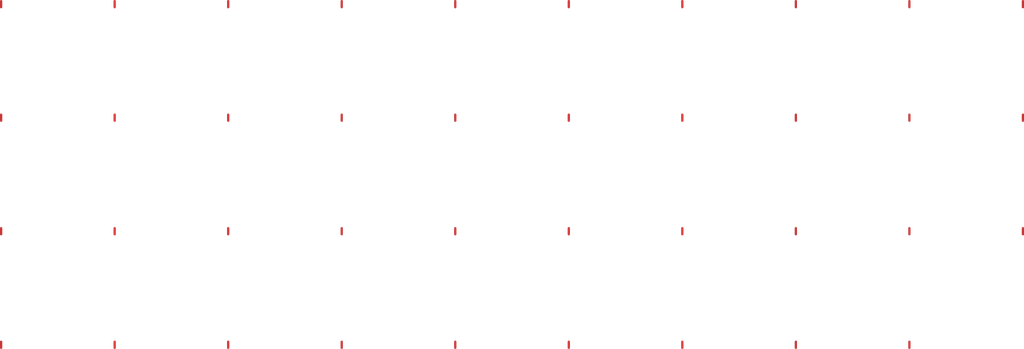
<source format=kicad_pcb>
  (kicad_pcb (version 4) (host pcbnew "(2014-07-21 BZR 5016)-product")

  (general
    (links 0)
    (no_connects 0)
    (area 0 0 0 0)
    (thickness 1.6)
    (drawings 1)
    (tracks 0)
    (zones 0)
    (modules 42)
    (nets 2)
  )

  (page A4)
  (layers
    (0 F.Cu signal)
	(1 In1.Cu signal)
    (2 In2.Cu power)
    (3 In3.Cu power)
    (4 In4.Cu signal)
    (5 In5.Cu signal)
    (6 In6.Cu signal)
    (7 In7.Cu signal)
    (8 In8.Cu signal)
    (31 B.Cu signal)
    (32 B.Adhes user)
    (33 F.Adhes user)
    (34 B.Paste user)
    (35 F.Paste user)
    (36 B.SilkS user)
    (37 F.SilkS user)
    (38 B.Mask user)
    (39 F.Mask user)
    (40 Dwgs.User user)
    (41 Cmts.User user)
    (42 Eco1.User user)
    (43 Eco2.User user)
    (44 Edge.Cuts user)
    (45 Margin user)
    (46 B.CrtYd user)
    (47 F.CrtYd user)
    (48 B.Fab user)
    (49 F.Fab user)

  )

  (setup
    (last_trace_width 0.254)
    (trace_clearance 0.127)
    (zone_clearance 0.0144)
    (zone_45_only no)
    (trace_min 0.254)
    (segment_width 0.2)
    (edge_width 0.1)
    (via_size 0.889)
    (via_drill 0.635)
    (via_min_size 0.889)
    (via_min_drill 0.508)
    (uvia_size 0.508)
    (uvia_drill 0.127)
    (uvias_allowed no)
    (uvia_min_size 0.508)
    (uvia_min_drill 0.127)
    (pcb_text_width 0.3)
    (pcb_text_size 1.5 1.5)
    (mod_edge_width 0.15)
    (mod_text_size 1 1)
    (mod_text_width 0.15)
    (pad_size 1.5 1.5)
    (pad_drill 0.6)
    (pad_to_mask_clearance 0)
    (aux_axis_origin 0 0)
    (visible_elements 7FFFF77F)
    (pcbplotparams
      (layerselection 262143)
      (usegerberextensions false)
      (excludeedgelayer true)
      (linewidth 0.100000)
      (plotframeref false)
      (viasonmask false)
      (mode 1)
      (useauxorigin false)
      (hpglpennumber 1)
      (hpglpenspeed 20)
      (hpglpendiameter 15)
      (hpglpenoverlay 2)
      (psnegative false)
      (psa4output false)
      (plotreference true)
      (plotvalue true)
      (plotinvisibletext false)
      (padsonsilk false)
      (subtractmaskfromsilk false)
      (outputformat 1)
      (mirror false)
      (drillshape 0)
      (scaleselection 1)
      (outputdirectory "GerberOutput/"))
  )

  (net 0 "")
  (net 1 "Net1")
  
  (net_class Default "This is the default net class."
    (clearance 0.254)
    (trace_width 0.254)
    (via_dia 0.889)
    (via_drill 0.635)
    (uvia_dia 0.508)
    (uvia_drill 0.127)
	(add_net Net1)
  )
  (module A0 (layer F.Cu) (tedit 4289BEAB) (tstamp 539EEDBF)
    (at 30 30)
    (path /539EEC0F)
    (attr smd)
	(model "./wrlshp/092F35B0-EFBB.wrl"
      (at (xyz 0 0 0))
      (scale (xyz 1 1 1))
      (rotate (xyz 0 0 0))
    )
    (pad "1" smd oval (at 0.0 0.0) (size 0.60000 2.20000) 
      (layers F.Cu F.Mask F.Paste)
    )
  )
  (module A1 (layer F.Cu) (tedit 4289BEAB) (tstamp 539EEDBF)
    (at 60 30)
    (path /539EEC0F)
    (attr smd)
	(model "./wrlshp/0C82AF00-7B62.wrl"
      (at (xyz 0 0 0))
      (scale (xyz 1 1 1))
      (rotate (xyz 0 0 0))
    )
    (pad "1" smd oval (at 0.0 0.0) (size 0.60000 2.20000) 
      (layers F.Cu F.Mask F.Paste)
    )
  )
  (module A2 (layer F.Cu) (tedit 4289BEAB) (tstamp 539EEDBF)
    (at 90 30)
    (path /539EEC0F)
    (attr smd)
	(model "./wrlshp/0EBB3CF7-16BD.wrl"
      (at (xyz 0 0 0))
      (scale (xyz 1 1 1))
      (rotate (xyz 0 0 0))
    )
    (pad "1" smd oval (at 0.0 0.0) (size 0.60000 2.20000) 
      (layers F.Cu F.Mask F.Paste)
    )
  )
  (module A3 (layer F.Cu) (tedit 4289BEAB) (tstamp 539EEDBF)
    (at 120 30)
    (path /539EEC0F)
    (attr smd)
	(model "./wrlshp/11C56F29-F280.wrl"
      (at (xyz 0 0 0))
      (scale (xyz 1 1 1))
      (rotate (xyz 0 0 0))
    )
    (pad "1" smd oval (at 0.0 0.0) (size 0.60000 2.20000) 
      (layers F.Cu F.Mask F.Paste)
    )
  )
  (module A4 (layer F.Cu) (tedit 4289BEAB) (tstamp 539EEDBF)
    (at 150 30)
    (path /539EEC0F)
    (attr smd)
	(model "./wrlshp/1628900A-BB14.wrl"
      (at (xyz 0 0 0))
      (scale (xyz 1 1 1))
      (rotate (xyz 0 0 0))
    )
    (pad "1" smd oval (at 0.0 0.0) (size 0.60000 2.20000) 
      (layers F.Cu F.Mask F.Paste)
    )
  )
  (module A5 (layer F.Cu) (tedit 4289BEAB) (tstamp 539EEDBF)
    (at 180 30)
    (path /539EEC0F)
    (attr smd)
	(model "./wrlshp/26CE3CC9-2F5B.wrl"
      (at (xyz 0 0 0))
      (scale (xyz 1 1 1))
      (rotate (xyz 0 0 0))
    )
    (pad "1" smd oval (at 0.0 0.0) (size 0.60000 2.20000) 
      (layers F.Cu F.Mask F.Paste)
    )
  )
  (module A6 (layer F.Cu) (tedit 4289BEAB) (tstamp 539EEDBF)
    (at 210 30)
    (path /539EEC0F)
    (attr smd)
	(model "./wrlshp/34CC58CE-5E74.wrl"
      (at (xyz 0 0 0))
      (scale (xyz 1 1 1))
      (rotate (xyz 0 0 0))
    )
    (pad "1" smd oval (at 0.0 0.0) (size 0.60000 2.20000) 
      (layers F.Cu F.Mask F.Paste)
    )
  )
  (module A7 (layer F.Cu) (tedit 4289BEAB) (tstamp 539EEDBF)
    (at 240 30)
    (path /539EEC0F)
    (attr smd)
	(model "./wrlshp/3EF6CB0E-610B.wrl"
      (at (xyz 0 0 0))
      (scale (xyz 1 1 1))
      (rotate (xyz 0 0 0))
    )
    (pad "1" smd oval (at 0.0 0.0) (size 0.60000 2.20000) 
      (layers F.Cu F.Mask F.Paste)
    )
  )
  (module A8 (layer F.Cu) (tedit 4289BEAB) (tstamp 539EEDBF)
    (at 270 30)
    (path /539EEC0F)
    (attr smd)
	(model "./wrlshp/46B2314C-1DC1.wrl"
      (at (xyz 0 0 0))
      (scale (xyz 1 1 1))
      (rotate (xyz 0 0 0))
    )
    (pad "1" smd oval (at 0.0 0.0) (size 0.60000 2.20000) 
      (layers F.Cu F.Mask F.Paste)
    )
  )
  (module A9 (layer F.Cu) (tedit 4289BEAB) (tstamp 539EEDBF)
    (at 300 30)
    (path /539EEC0F)
    (attr smd)
	(model "./wrlshp/50D54DFC-D9F1.wrl"
      (at (xyz 0 0 0))
      (scale (xyz 1 1 1))
      (rotate (xyz 0 0 0))
    )
    (pad "1" smd oval (at 0.0 0.0) (size 0.60000 2.20000) 
      (layers F.Cu F.Mask F.Paste)
    )
  )
  (module A10 (layer F.Cu) (tedit 4289BEAB) (tstamp 539EEDBF)
    (at 30 60)
    (path /539EEC0F)
    (attr smd)
	(model "./wrlshp/57A89104-F906.wrl"
      (at (xyz 0 0 0))
      (scale (xyz 1 1 1))
      (rotate (xyz 0 0 0))
    )
    (pad "1" smd oval (at 0.0 0.0) (size 0.60000 2.20000) 
      (layers F.Cu F.Mask F.Paste)
    )
  )
  (module A11 (layer F.Cu) (tedit 4289BEAB) (tstamp 539EEDBF)
    (at 60 60)
    (path /539EEC0F)
    (attr smd)
	(model "./wrlshp/589EE084-4CC7.wrl"
      (at (xyz 0 0 0))
      (scale (xyz 1 1 1))
      (rotate (xyz 0 0 0))
    )
    (pad "1" smd oval (at 0.0 0.0) (size 0.60000 2.20000) 
      (layers F.Cu F.Mask F.Paste)
    )
  )
  (module A12 (layer F.Cu) (tedit 4289BEAB) (tstamp 539EEDBF)
    (at 90 60)
    (path /539EEC0F)
    (attr smd)
	(model "./wrlshp/63804FB7-0F40.wrl"
      (at (xyz 0 0 0))
      (scale (xyz 1 1 1))
      (rotate (xyz 0 0 0))
    )
    (pad "1" smd oval (at 0.0 0.0) (size 0.60000 2.20000) 
      (layers F.Cu F.Mask F.Paste)
    )
  )
  (module A13 (layer F.Cu) (tedit 4289BEAB) (tstamp 539EEDBF)
    (at 120 60)
    (path /539EEC0F)
    (attr smd)
	(model "./wrlshp/7BE4D9D0-DFD5.wrl"
      (at (xyz 0 0 0))
      (scale (xyz 1 1 1))
      (rotate (xyz 0 0 0))
    )
    (pad "1" smd oval (at 0.0 0.0) (size 0.60000 2.20000) 
      (layers F.Cu F.Mask F.Paste)
    )
  )
  (module A14 (layer F.Cu) (tedit 4289BEAB) (tstamp 539EEDBF)
    (at 150 60)
    (path /539EEC0F)
    (attr smd)
	(model "./wrlshp/7C3E3391-9AC5.wrl"
      (at (xyz 0 0 0))
      (scale (xyz 1 1 1))
      (rotate (xyz 0 0 0))
    )
    (pad "1" smd oval (at 0.0 0.0) (size 0.60000 2.20000) 
      (layers F.Cu F.Mask F.Paste)
    )
  )
  (module A15 (layer F.Cu) (tedit 4289BEAB) (tstamp 539EEDBF)
    (at 180 60)
    (path /539EEC0F)
    (attr smd)
	(model "./wrlshp/7E351639-AB0B.wrl"
      (at (xyz 0 0 0))
      (scale (xyz 1 1 1))
      (rotate (xyz 0 0 0))
    )
    (pad "1" smd oval (at 0.0 0.0) (size 0.60000 2.20000) 
      (layers F.Cu F.Mask F.Paste)
    )
  )
  (module A16 (layer F.Cu) (tedit 4289BEAB) (tstamp 539EEDBF)
    (at 210 60)
    (path /539EEC0F)
    (attr smd)
	(model "./wrlshp/7E3726B7-7258.wrl"
      (at (xyz 0 0 0))
      (scale (xyz 1 1 1))
      (rotate (xyz 0 0 0))
    )
    (pad "1" smd oval (at 0.0 0.0) (size 0.60000 2.20000) 
      (layers F.Cu F.Mask F.Paste)
    )
  )
  (module A17 (layer F.Cu) (tedit 4289BEAB) (tstamp 539EEDBF)
    (at 240 60)
    (path /539EEC0F)
    (attr smd)
	(model "./wrlshp/7E7927B8-473E.wrl"
      (at (xyz 0 0 0))
      (scale (xyz 1 1 1))
      (rotate (xyz 0 0 0))
    )
    (pad "1" smd oval (at 0.0 0.0) (size 0.60000 2.20000) 
      (layers F.Cu F.Mask F.Paste)
    )
  )
  (module A18 (layer F.Cu) (tedit 4289BEAB) (tstamp 539EEDBF)
    (at 270 60)
    (path /539EEC0F)
    (attr smd)
	(model "./wrlshp/88F3139A-A7DA.wrl"
      (at (xyz 0 0 0))
      (scale (xyz 1 1 1))
      (rotate (xyz 0 0 0))
    )
    (pad "1" smd oval (at 0.0 0.0) (size 0.60000 2.20000) 
      (layers F.Cu F.Mask F.Paste)
    )
  )
  (module A19 (layer F.Cu) (tedit 4289BEAB) (tstamp 539EEDBF)
    (at 300 60)
    (path /539EEC0F)
    (attr smd)
	(model "./wrlshp/91D886F4-8467.wrl"
      (at (xyz 0 0 0))
      (scale (xyz 1 1 1))
      (rotate (xyz 0 0 0))
    )
    (pad "1" smd oval (at 0.0 0.0) (size 0.60000 2.20000) 
      (layers F.Cu F.Mask F.Paste)
    )
  )
  (module A20 (layer F.Cu) (tedit 4289BEAB) (tstamp 539EEDBF)
    (at 30 90)
    (path /539EEC0F)
    (attr smd)
	(model "./wrlshp/9236E0E2-9BF6.wrl"
      (at (xyz 0 0 0))
      (scale (xyz 1 1 1))
      (rotate (xyz 0 0 0))
    )
    (pad "1" smd oval (at 0.0 0.0) (size 0.60000 2.20000) 
      (layers F.Cu F.Mask F.Paste)
    )
  )
  (module A21 (layer F.Cu) (tedit 4289BEAB) (tstamp 539EEDBF)
    (at 60 90)
    (path /539EEC0F)
    (attr smd)
	(model "./wrlshp/95A10B73-2C3D.wrl"
      (at (xyz 0 0 0))
      (scale (xyz 1 1 1))
      (rotate (xyz 0 0 0))
    )
    (pad "1" smd oval (at 0.0 0.0) (size 0.60000 2.20000) 
      (layers F.Cu F.Mask F.Paste)
    )
  )
  (module A22 (layer F.Cu) (tedit 4289BEAB) (tstamp 539EEDBF)
    (at 90 90)
    (path /539EEC0F)
    (attr smd)
	(model "./wrlshp/A3FCC4EE-C95F.wrl"
      (at (xyz 0 0 0))
      (scale (xyz 1 1 1))
      (rotate (xyz 0 0 0))
    )
    (pad "1" smd oval (at 0.0 0.0) (size 0.60000 2.20000) 
      (layers F.Cu F.Mask F.Paste)
    )
  )
  (module A23 (layer F.Cu) (tedit 4289BEAB) (tstamp 539EEDBF)
    (at 120 90)
    (path /539EEC0F)
    (attr smd)
	(model "./wrlshp/A495FD08-1D57.wrl"
      (at (xyz 0 0 0))
      (scale (xyz 1 1 1))
      (rotate (xyz 0 0 0))
    )
    (pad "1" smd oval (at 0.0 0.0) (size 0.60000 2.20000) 
      (layers F.Cu F.Mask F.Paste)
    )
  )
  (module A24 (layer F.Cu) (tedit 4289BEAB) (tstamp 539EEDBF)
    (at 150 90)
    (path /539EEC0F)
    (attr smd)
	(model "./wrlshp/A9D6BA21-9FF4.wrl"
      (at (xyz 0 0 0))
      (scale (xyz 1 1 1))
      (rotate (xyz 0 0 0))
    )
    (pad "1" smd oval (at 0.0 0.0) (size 0.60000 2.20000) 
      (layers F.Cu F.Mask F.Paste)
    )
  )
  (module A25 (layer F.Cu) (tedit 4289BEAB) (tstamp 539EEDBF)
    (at 180 90)
    (path /539EEC0F)
    (attr smd)
	(model "./wrlshp/B035400C-1DC0.wrl"
      (at (xyz 0 0 0))
      (scale (xyz 1 1 1))
      (rotate (xyz 0 0 0))
    )
    (pad "1" smd oval (at 0.0 0.0) (size 0.60000 2.20000) 
      (layers F.Cu F.Mask F.Paste)
    )
  )
  (module A26 (layer F.Cu) (tedit 4289BEAB) (tstamp 539EEDBF)
    (at 210 90)
    (path /539EEC0F)
    (attr smd)
	(model "./wrlshp/B2A897CD-C12C.wrl"
      (at (xyz 0 0 0))
      (scale (xyz 1 1 1))
      (rotate (xyz 0 0 0))
    )
    (pad "1" smd oval (at 0.0 0.0) (size 0.60000 2.20000) 
      (layers F.Cu F.Mask F.Paste)
    )
  )
  (module A27 (layer F.Cu) (tedit 4289BEAB) (tstamp 539EEDBF)
    (at 240 90)
    (path /539EEC0F)
    (attr smd)
	(model "./wrlshp/B72B0022-27B5.wrl"
      (at (xyz 0 0 0))
      (scale (xyz 1 1 1))
      (rotate (xyz 0 0 0))
    )
    (pad "1" smd oval (at 0.0 0.0) (size 0.60000 2.20000) 
      (layers F.Cu F.Mask F.Paste)
    )
  )
  (module A28 (layer F.Cu) (tedit 4289BEAB) (tstamp 539EEDBF)
    (at 270 90)
    (path /539EEC0F)
    (attr smd)
	(model "./wrlshp/B81D97BC-EA5A.wrl"
      (at (xyz 0 0 0))
      (scale (xyz 1 1 1))
      (rotate (xyz 0 0 0))
    )
    (pad "1" smd oval (at 0.0 0.0) (size 0.60000 2.20000) 
      (layers F.Cu F.Mask F.Paste)
    )
  )
  (module A29 (layer F.Cu) (tedit 4289BEAB) (tstamp 539EEDBF)
    (at 300 90)
    (path /539EEC0F)
    (attr smd)
	(model "./wrlshp/BEFDC356-C5BB.wrl"
      (at (xyz 0 0 0))
      (scale (xyz 1 1 1))
      (rotate (xyz 0 0 0))
    )
    (pad "1" smd oval (at 0.0 0.0) (size 0.60000 2.20000) 
      (layers F.Cu F.Mask F.Paste)
    )
  )
  (module A30 (layer F.Cu) (tedit 4289BEAB) (tstamp 539EEDBF)
    (at 30 120)
    (path /539EEC0F)
    (attr smd)
	(model "./wrlshp/CA6110A9-5C5F.wrl"
      (at (xyz 0 0 0))
      (scale (xyz 1 1 1))
      (rotate (xyz 0 0 0))
    )
    (pad "1" smd oval (at 0.0 0.0) (size 0.60000 2.20000) 
      (layers F.Cu F.Mask F.Paste)
    )
  )
  (module A31 (layer F.Cu) (tedit 4289BEAB) (tstamp 539EEDBF)
    (at 60 120)
    (path /539EEC0F)
    (attr smd)
	(model "./wrlshp/CD2100F8-17B5.wrl"
      (at (xyz 0 0 0))
      (scale (xyz 1 1 1))
      (rotate (xyz 0 0 0))
    )
    (pad "1" smd oval (at 0.0 0.0) (size 0.60000 2.20000) 
      (layers F.Cu F.Mask F.Paste)
    )
  )
  (module A32 (layer F.Cu) (tedit 4289BEAB) (tstamp 539EEDBF)
    (at 90 120)
    (path /539EEC0F)
    (attr smd)
	(model "./wrlshp/DB2D135B-29CA.wrl"
      (at (xyz 0 0 0))
      (scale (xyz 1 1 1))
      (rotate (xyz 0 0 0))
    )
    (pad "1" smd oval (at 0.0 0.0) (size 0.60000 2.20000) 
      (layers F.Cu F.Mask F.Paste)
    )
  )
  (module A33 (layer F.Cu) (tedit 4289BEAB) (tstamp 539EEDBF)
    (at 120 120)
    (path /539EEC0F)
    (attr smd)
	(model "./wrlshp/DC3F5F49-9342.wrl"
      (at (xyz 0 0 0))
      (scale (xyz 1 1 1))
      (rotate (xyz 0 0 0))
    )
    (pad "1" smd oval (at 0.0 0.0) (size 0.60000 2.20000) 
      (layers F.Cu F.Mask F.Paste)
    )
  )
  (module A34 (layer F.Cu) (tedit 4289BEAB) (tstamp 539EEDBF)
    (at 150 120)
    (path /539EEC0F)
    (attr smd)
	(model "./wrlshp/E32B5A38-BE82.wrl"
      (at (xyz 0 0 0))
      (scale (xyz 1 1 1))
      (rotate (xyz 0 0 0))
    )
    (pad "1" smd oval (at 0.0 0.0) (size 0.60000 2.20000) 
      (layers F.Cu F.Mask F.Paste)
    )
  )
  (module A35 (layer F.Cu) (tedit 4289BEAB) (tstamp 539EEDBF)
    (at 180 120)
    (path /539EEC0F)
    (attr smd)
	(model "./wrlshp/E602C3F6-95C7.wrl"
      (at (xyz 0 0 0))
      (scale (xyz 1 1 1))
      (rotate (xyz 0 0 0))
    )
    (pad "1" smd oval (at 0.0 0.0) (size 0.60000 2.20000) 
      (layers F.Cu F.Mask F.Paste)
    )
  )
  (module A36 (layer F.Cu) (tedit 4289BEAB) (tstamp 539EEDBF)
    (at 210 120)
    (path /539EEC0F)
    (attr smd)
	(model "./wrlshp/E86C7341-6265.wrl"
      (at (xyz 0 0 0))
      (scale (xyz 1 1 1))
      (rotate (xyz 0 0 0))
    )
    (pad "1" smd oval (at 0.0 0.0) (size 0.60000 2.20000) 
      (layers F.Cu F.Mask F.Paste)
    )
  )
  (module A37 (layer F.Cu) (tedit 4289BEAB) (tstamp 539EEDBF)
    (at 240 120)
    (path /539EEC0F)
    (attr smd)
	(model "./wrlshp/EE31B7D1-BEDA.wrl"
      (at (xyz 0 0 0))
      (scale (xyz 1 1 1))
      (rotate (xyz 0 0 0))
    )
    (pad "1" smd oval (at 0.0 0.0) (size 0.60000 2.20000) 
      (layers F.Cu F.Mask F.Paste)
    )
  )
  (module A38 (layer F.Cu) (tedit 4289BEAB) (tstamp 539EEDBF)
    (at 270 120)
    (path /539EEC0F)
    (attr smd)
	(model "./wrlshp/EFE1DEEC-3DCE.wrl"
      (at (xyz 0 0 0))
      (scale (xyz 1 1 1))
      (rotate (xyz 0 0 0))
    )
    (pad "1" smd oval (at 0.0 0.0) (size 0.60000 2.20000) 
      (layers F.Cu F.Mask F.Paste)
    )
  )
)

</source>
